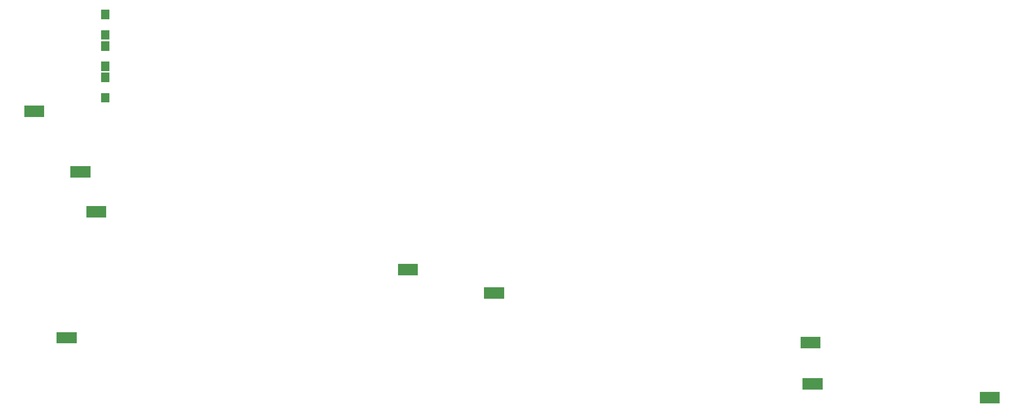
<source format=gbr>
G04 start of page 9 for group -4015 idx -4015 *
G04 Title: (unknown), toppaste *
G04 Creator: pcb 20110918 *
G04 CreationDate: Thu Feb 14 20:17:10 2013 UTC *
G04 For: fosse *
G04 Format: Gerber/RS-274X *
G04 PCB-Dimensions: 893500 333500 *
G04 PCB-Coordinate-Origin: lower left *
%MOIN*%
%FSLAX25Y25*%
%LNTOPPASTE*%
%ADD117R,0.0807X0.0807*%
%ADD116R,0.0590X0.0590*%
G54D116*X126587Y301879D02*Y300894D01*
Y287115D02*Y286130D01*
Y279045D02*Y278060D01*
Y264281D02*Y263296D01*
Y324714D02*Y323729D01*
Y309950D02*Y308965D01*
G54D117*X634850Y86000D02*X641149D01*
X405350Y122000D02*X411649D01*
X342850Y139000D02*X349149D01*
X116850Y181000D02*X123149D01*
X105350Y210000D02*X111649D01*
X71870Y253980D02*X78169D01*
X95350Y89500D02*X101649D01*
X764850Y46000D02*X771149D01*
X636350Y56000D02*X642649D01*
M02*

</source>
